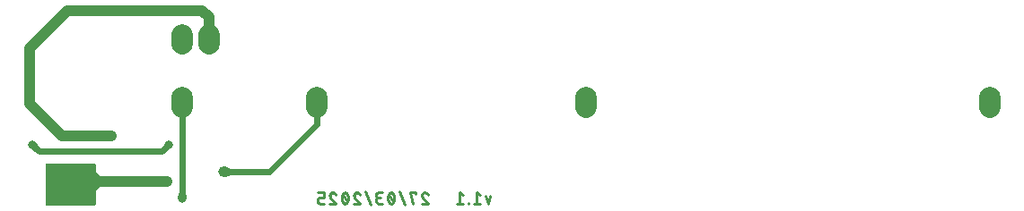
<source format=gbr>
G04 EAGLE Gerber RS-274X export*
G75*
%MOMM*%
%FSLAX34Y34*%
%LPD*%
%INBottom Copper*%
%IPPOS*%
%AMOC8*
5,1,8,0,0,1.08239X$1,22.5*%
G01*
%ADD10C,0.228600*%
%ADD11C,2.000000*%
%ADD12C,0.800000*%
%ADD13C,0.609600*%
%ADD14C,2.000000*%
%ADD15C,1.000000*%
%ADD16C,1.000000*%
%ADD17C,0.304800*%

G36*
X82576Y5465D02*
X82576Y5465D01*
X82602Y5463D01*
X82749Y5485D01*
X82896Y5502D01*
X82921Y5510D01*
X82947Y5514D01*
X83085Y5569D01*
X83224Y5619D01*
X83246Y5633D01*
X83271Y5643D01*
X83392Y5728D01*
X83517Y5808D01*
X83535Y5827D01*
X83557Y5842D01*
X83656Y5952D01*
X83759Y6059D01*
X83773Y6081D01*
X83790Y6101D01*
X83862Y6231D01*
X83938Y6358D01*
X83946Y6383D01*
X83959Y6406D01*
X83999Y6549D01*
X84044Y6690D01*
X84046Y6716D01*
X84054Y6741D01*
X84073Y6985D01*
X84073Y43815D01*
X84070Y43841D01*
X84072Y43867D01*
X84050Y44014D01*
X84033Y44161D01*
X84025Y44186D01*
X84021Y44212D01*
X83966Y44350D01*
X83916Y44489D01*
X83902Y44511D01*
X83892Y44536D01*
X83807Y44657D01*
X83727Y44782D01*
X83708Y44800D01*
X83693Y44822D01*
X83583Y44921D01*
X83476Y45024D01*
X83454Y45038D01*
X83434Y45055D01*
X83304Y45127D01*
X83177Y45203D01*
X83152Y45211D01*
X83129Y45224D01*
X82986Y45264D01*
X82845Y45309D01*
X82819Y45311D01*
X82794Y45319D01*
X82550Y45338D01*
X38100Y45338D01*
X38074Y45335D01*
X38048Y45337D01*
X37901Y45315D01*
X37754Y45298D01*
X37729Y45290D01*
X37703Y45286D01*
X37565Y45231D01*
X37426Y45181D01*
X37404Y45167D01*
X37379Y45157D01*
X37258Y45072D01*
X37133Y44992D01*
X37115Y44973D01*
X37093Y44958D01*
X36994Y44848D01*
X36891Y44741D01*
X36877Y44719D01*
X36860Y44699D01*
X36788Y44569D01*
X36712Y44442D01*
X36704Y44417D01*
X36691Y44394D01*
X36651Y44251D01*
X36606Y44110D01*
X36604Y44084D01*
X36596Y44059D01*
X36577Y43815D01*
X36577Y6985D01*
X36580Y6959D01*
X36578Y6933D01*
X36600Y6786D01*
X36617Y6639D01*
X36625Y6614D01*
X36629Y6588D01*
X36684Y6450D01*
X36734Y6311D01*
X36748Y6289D01*
X36758Y6264D01*
X36843Y6143D01*
X36923Y6018D01*
X36942Y6000D01*
X36957Y5978D01*
X37067Y5879D01*
X37174Y5776D01*
X37196Y5762D01*
X37216Y5745D01*
X37346Y5673D01*
X37473Y5597D01*
X37498Y5589D01*
X37521Y5576D01*
X37664Y5536D01*
X37805Y5491D01*
X37831Y5489D01*
X37856Y5481D01*
X38100Y5462D01*
X82550Y5462D01*
X82576Y5465D01*
G37*
D10*
X394144Y17908D02*
X394044Y17906D01*
X393945Y17900D01*
X393845Y17891D01*
X393747Y17877D01*
X393648Y17860D01*
X393551Y17840D01*
X393454Y17815D01*
X393358Y17787D01*
X393264Y17755D01*
X393171Y17719D01*
X393079Y17680D01*
X392989Y17638D01*
X392900Y17592D01*
X392813Y17542D01*
X392729Y17490D01*
X392646Y17434D01*
X392565Y17375D01*
X392487Y17313D01*
X392411Y17248D01*
X392338Y17180D01*
X392268Y17110D01*
X392200Y17037D01*
X392135Y16961D01*
X392073Y16883D01*
X392014Y16802D01*
X391958Y16719D01*
X391906Y16635D01*
X391856Y16548D01*
X391810Y16459D01*
X391768Y16369D01*
X391729Y16277D01*
X391693Y16184D01*
X391661Y16090D01*
X391633Y15994D01*
X391608Y15897D01*
X391588Y15800D01*
X391571Y15701D01*
X391557Y15603D01*
X391548Y15503D01*
X391542Y15404D01*
X391540Y15304D01*
X394144Y17907D02*
X394258Y17905D01*
X394371Y17899D01*
X394484Y17890D01*
X394597Y17876D01*
X394710Y17859D01*
X394821Y17838D01*
X394932Y17813D01*
X395042Y17784D01*
X395151Y17752D01*
X395259Y17716D01*
X395366Y17676D01*
X395471Y17633D01*
X395574Y17586D01*
X395676Y17535D01*
X395776Y17482D01*
X395875Y17424D01*
X395971Y17364D01*
X396065Y17300D01*
X396157Y17233D01*
X396247Y17163D01*
X396334Y17090D01*
X396419Y17015D01*
X396501Y16936D01*
X396580Y16854D01*
X396656Y16770D01*
X396730Y16684D01*
X396801Y16595D01*
X396868Y16503D01*
X396933Y16409D01*
X396994Y16314D01*
X397052Y16216D01*
X397106Y16116D01*
X397157Y16014D01*
X397205Y15911D01*
X397249Y15806D01*
X397289Y15700D01*
X397326Y15593D01*
X392408Y13279D02*
X392335Y13351D01*
X392264Y13426D01*
X392197Y13504D01*
X392132Y13584D01*
X392070Y13666D01*
X392011Y13750D01*
X391956Y13837D01*
X391903Y13926D01*
X391854Y14016D01*
X391808Y14108D01*
X391766Y14202D01*
X391727Y14298D01*
X391692Y14394D01*
X391660Y14492D01*
X391632Y14591D01*
X391608Y14691D01*
X391587Y14792D01*
X391570Y14894D01*
X391557Y14996D01*
X391548Y15098D01*
X391542Y15201D01*
X391540Y15304D01*
X392409Y13279D02*
X397326Y7493D01*
X391541Y7493D01*
X385896Y16750D02*
X385896Y17907D01*
X380111Y17907D01*
X383004Y7493D01*
X375031Y6336D02*
X370402Y19064D01*
X364454Y16461D02*
X364542Y16275D01*
X364625Y16088D01*
X364704Y15899D01*
X364778Y15708D01*
X364847Y15515D01*
X364912Y15321D01*
X364972Y15125D01*
X365028Y14928D01*
X365079Y14729D01*
X365125Y14530D01*
X365166Y14329D01*
X365202Y14128D01*
X365234Y13925D01*
X365261Y13722D01*
X365283Y13518D01*
X365300Y13314D01*
X365312Y13110D01*
X365320Y12905D01*
X365322Y12700D01*
X364455Y16460D02*
X364424Y16546D01*
X364389Y16631D01*
X364350Y16714D01*
X364307Y16795D01*
X364262Y16874D01*
X364213Y16952D01*
X364160Y17027D01*
X364105Y17100D01*
X364046Y17170D01*
X363985Y17238D01*
X363920Y17303D01*
X363853Y17365D01*
X363784Y17425D01*
X363711Y17481D01*
X363637Y17534D01*
X363560Y17584D01*
X363481Y17631D01*
X363401Y17674D01*
X363318Y17714D01*
X363234Y17750D01*
X363148Y17783D01*
X363062Y17812D01*
X362973Y17837D01*
X362884Y17858D01*
X362795Y17876D01*
X362704Y17889D01*
X362613Y17899D01*
X362522Y17905D01*
X362430Y17907D01*
X362338Y17905D01*
X362247Y17899D01*
X362156Y17889D01*
X362065Y17876D01*
X361976Y17858D01*
X361887Y17837D01*
X361798Y17812D01*
X361712Y17783D01*
X361626Y17750D01*
X361542Y17714D01*
X361459Y17674D01*
X361379Y17631D01*
X361300Y17584D01*
X361223Y17534D01*
X361149Y17481D01*
X361076Y17425D01*
X361007Y17365D01*
X360940Y17303D01*
X360875Y17238D01*
X360814Y17170D01*
X360755Y17100D01*
X360700Y17027D01*
X360647Y16952D01*
X360598Y16874D01*
X360553Y16795D01*
X360510Y16714D01*
X360471Y16631D01*
X360436Y16546D01*
X360405Y16460D01*
X360405Y16461D02*
X360317Y16275D01*
X360234Y16088D01*
X360155Y15899D01*
X360081Y15708D01*
X360012Y15515D01*
X359947Y15321D01*
X359887Y15125D01*
X359831Y14928D01*
X359780Y14729D01*
X359734Y14530D01*
X359693Y14329D01*
X359657Y14128D01*
X359625Y13925D01*
X359598Y13722D01*
X359576Y13518D01*
X359559Y13314D01*
X359547Y13110D01*
X359539Y12905D01*
X359537Y12700D01*
X365322Y12700D02*
X365320Y12495D01*
X365312Y12290D01*
X365300Y12086D01*
X365283Y11882D01*
X365261Y11678D01*
X365234Y11475D01*
X365202Y11273D01*
X365166Y11071D01*
X365125Y10870D01*
X365079Y10671D01*
X365028Y10472D01*
X364972Y10275D01*
X364912Y10079D01*
X364847Y9885D01*
X364778Y9692D01*
X364704Y9501D01*
X364625Y9312D01*
X364542Y9125D01*
X364454Y8939D01*
X364455Y8940D02*
X364424Y8854D01*
X364389Y8769D01*
X364350Y8686D01*
X364307Y8605D01*
X364262Y8526D01*
X364213Y8448D01*
X364160Y8373D01*
X364105Y8300D01*
X364046Y8230D01*
X363985Y8162D01*
X363920Y8097D01*
X363853Y8035D01*
X363784Y7975D01*
X363711Y7919D01*
X363637Y7866D01*
X363560Y7816D01*
X363481Y7769D01*
X363401Y7726D01*
X363318Y7686D01*
X363234Y7650D01*
X363148Y7617D01*
X363062Y7588D01*
X362973Y7563D01*
X362884Y7542D01*
X362795Y7524D01*
X362704Y7511D01*
X362613Y7501D01*
X362522Y7495D01*
X362430Y7493D01*
X360405Y8939D02*
X360317Y9125D01*
X360234Y9312D01*
X360155Y9501D01*
X360081Y9692D01*
X360012Y9885D01*
X359947Y10079D01*
X359887Y10275D01*
X359831Y10472D01*
X359780Y10671D01*
X359734Y10870D01*
X359693Y11071D01*
X359657Y11273D01*
X359625Y11475D01*
X359598Y11678D01*
X359576Y11882D01*
X359559Y12086D01*
X359547Y12290D01*
X359539Y12495D01*
X359537Y12700D01*
X360405Y8940D02*
X360436Y8854D01*
X360471Y8769D01*
X360510Y8686D01*
X360553Y8605D01*
X360598Y8526D01*
X360647Y8448D01*
X360700Y8373D01*
X360755Y8300D01*
X360814Y8230D01*
X360875Y8162D01*
X360940Y8097D01*
X361007Y8035D01*
X361076Y7975D01*
X361149Y7919D01*
X361223Y7866D01*
X361300Y7816D01*
X361379Y7769D01*
X361459Y7726D01*
X361542Y7686D01*
X361626Y7650D01*
X361712Y7617D01*
X361798Y7588D01*
X361887Y7563D01*
X361976Y7542D01*
X362065Y7524D01*
X362156Y7511D01*
X362247Y7501D01*
X362338Y7495D01*
X362430Y7493D01*
X364744Y9807D02*
X360115Y15593D01*
X353892Y7493D02*
X351000Y7493D01*
X350893Y7495D01*
X350786Y7501D01*
X350680Y7511D01*
X350574Y7525D01*
X350468Y7542D01*
X350364Y7564D01*
X350260Y7589D01*
X350157Y7619D01*
X350055Y7652D01*
X349955Y7688D01*
X349856Y7729D01*
X349759Y7773D01*
X349663Y7821D01*
X349569Y7872D01*
X349477Y7926D01*
X349387Y7984D01*
X349300Y8046D01*
X349214Y8110D01*
X349131Y8177D01*
X349051Y8248D01*
X348973Y8322D01*
X348898Y8398D01*
X348826Y8477D01*
X348757Y8558D01*
X348691Y8643D01*
X348628Y8729D01*
X348569Y8818D01*
X348513Y8909D01*
X348460Y9002D01*
X348410Y9096D01*
X348364Y9193D01*
X348322Y9291D01*
X348284Y9391D01*
X348249Y9492D01*
X348217Y9594D01*
X348190Y9698D01*
X348167Y9802D01*
X348147Y9907D01*
X348131Y10013D01*
X348119Y10119D01*
X348111Y10226D01*
X348107Y10333D01*
X348107Y10439D01*
X348111Y10546D01*
X348119Y10653D01*
X348131Y10759D01*
X348147Y10865D01*
X348167Y10970D01*
X348190Y11074D01*
X348217Y11178D01*
X348249Y11280D01*
X348284Y11381D01*
X348322Y11481D01*
X348364Y11579D01*
X348410Y11676D01*
X348460Y11770D01*
X348513Y11863D01*
X348569Y11954D01*
X348628Y12043D01*
X348691Y12129D01*
X348757Y12214D01*
X348826Y12295D01*
X348898Y12374D01*
X348973Y12450D01*
X349051Y12524D01*
X349131Y12595D01*
X349214Y12662D01*
X349300Y12726D01*
X349387Y12788D01*
X349477Y12846D01*
X349569Y12900D01*
X349663Y12951D01*
X349759Y12999D01*
X349856Y13043D01*
X349955Y13084D01*
X350055Y13120D01*
X350157Y13153D01*
X350260Y13183D01*
X350364Y13208D01*
X350468Y13230D01*
X350574Y13247D01*
X350680Y13261D01*
X350786Y13271D01*
X350893Y13277D01*
X351000Y13279D01*
X350421Y17907D02*
X353892Y17907D01*
X350421Y17907D02*
X350327Y17905D01*
X350232Y17899D01*
X350138Y17890D01*
X350045Y17876D01*
X349952Y17859D01*
X349860Y17838D01*
X349769Y17813D01*
X349679Y17785D01*
X349590Y17753D01*
X349503Y17717D01*
X349417Y17678D01*
X349333Y17635D01*
X349250Y17589D01*
X349170Y17540D01*
X349092Y17487D01*
X349015Y17431D01*
X348942Y17372D01*
X348870Y17311D01*
X348802Y17246D01*
X348735Y17178D01*
X348672Y17108D01*
X348612Y17036D01*
X348554Y16961D01*
X348500Y16883D01*
X348449Y16804D01*
X348401Y16723D01*
X348357Y16639D01*
X348316Y16554D01*
X348279Y16468D01*
X348245Y16380D01*
X348214Y16290D01*
X348188Y16200D01*
X348165Y16108D01*
X348146Y16015D01*
X348131Y15922D01*
X348119Y15829D01*
X348111Y15735D01*
X348107Y15640D01*
X348107Y15546D01*
X348111Y15451D01*
X348119Y15357D01*
X348131Y15264D01*
X348146Y15171D01*
X348165Y15078D01*
X348188Y14986D01*
X348214Y14896D01*
X348245Y14806D01*
X348279Y14718D01*
X348316Y14632D01*
X348357Y14547D01*
X348401Y14463D01*
X348449Y14382D01*
X348500Y14303D01*
X348554Y14225D01*
X348612Y14150D01*
X348672Y14078D01*
X348735Y14008D01*
X348802Y13940D01*
X348870Y13875D01*
X348942Y13814D01*
X349015Y13755D01*
X349092Y13699D01*
X349170Y13646D01*
X349250Y13597D01*
X349333Y13551D01*
X349417Y13508D01*
X349503Y13469D01*
X349590Y13433D01*
X349679Y13401D01*
X349769Y13373D01*
X349860Y13348D01*
X349952Y13327D01*
X350045Y13310D01*
X350138Y13296D01*
X350232Y13287D01*
X350327Y13281D01*
X350421Y13279D01*
X352735Y13279D01*
X343027Y6336D02*
X338398Y19064D01*
X330136Y17908D02*
X330036Y17906D01*
X329937Y17900D01*
X329837Y17891D01*
X329739Y17877D01*
X329640Y17860D01*
X329543Y17840D01*
X329446Y17815D01*
X329350Y17787D01*
X329256Y17755D01*
X329163Y17719D01*
X329071Y17680D01*
X328981Y17638D01*
X328892Y17592D01*
X328805Y17542D01*
X328721Y17490D01*
X328638Y17434D01*
X328557Y17375D01*
X328479Y17313D01*
X328403Y17248D01*
X328330Y17180D01*
X328260Y17110D01*
X328192Y17037D01*
X328127Y16961D01*
X328065Y16883D01*
X328006Y16802D01*
X327950Y16719D01*
X327898Y16635D01*
X327848Y16548D01*
X327802Y16459D01*
X327760Y16369D01*
X327721Y16277D01*
X327685Y16184D01*
X327653Y16090D01*
X327625Y15994D01*
X327600Y15897D01*
X327580Y15800D01*
X327563Y15701D01*
X327549Y15603D01*
X327540Y15503D01*
X327534Y15404D01*
X327532Y15304D01*
X330136Y17907D02*
X330250Y17905D01*
X330363Y17899D01*
X330476Y17890D01*
X330589Y17876D01*
X330702Y17859D01*
X330813Y17838D01*
X330924Y17813D01*
X331034Y17784D01*
X331143Y17752D01*
X331251Y17716D01*
X331358Y17676D01*
X331463Y17633D01*
X331566Y17586D01*
X331668Y17535D01*
X331768Y17482D01*
X331867Y17424D01*
X331963Y17364D01*
X332057Y17300D01*
X332149Y17233D01*
X332239Y17163D01*
X332326Y17090D01*
X332411Y17015D01*
X332493Y16936D01*
X332572Y16854D01*
X332648Y16770D01*
X332722Y16684D01*
X332793Y16595D01*
X332860Y16503D01*
X332925Y16409D01*
X332986Y16314D01*
X333044Y16216D01*
X333098Y16116D01*
X333149Y16014D01*
X333197Y15911D01*
X333241Y15806D01*
X333281Y15700D01*
X333318Y15593D01*
X328400Y13279D02*
X328327Y13351D01*
X328256Y13426D01*
X328189Y13504D01*
X328124Y13584D01*
X328062Y13666D01*
X328003Y13750D01*
X327948Y13837D01*
X327895Y13926D01*
X327846Y14016D01*
X327800Y14108D01*
X327758Y14202D01*
X327719Y14298D01*
X327684Y14394D01*
X327652Y14492D01*
X327624Y14591D01*
X327600Y14691D01*
X327579Y14792D01*
X327562Y14894D01*
X327549Y14996D01*
X327540Y15098D01*
X327534Y15201D01*
X327532Y15304D01*
X328401Y13279D02*
X333318Y7493D01*
X327533Y7493D01*
X321889Y12700D02*
X321887Y12905D01*
X321879Y13110D01*
X321867Y13314D01*
X321850Y13518D01*
X321828Y13722D01*
X321801Y13925D01*
X321769Y14128D01*
X321733Y14329D01*
X321692Y14530D01*
X321646Y14729D01*
X321595Y14928D01*
X321539Y15125D01*
X321479Y15321D01*
X321414Y15515D01*
X321345Y15708D01*
X321271Y15899D01*
X321192Y16088D01*
X321109Y16275D01*
X321021Y16461D01*
X321021Y16460D02*
X320990Y16546D01*
X320955Y16631D01*
X320916Y16714D01*
X320873Y16795D01*
X320828Y16874D01*
X320779Y16952D01*
X320726Y17027D01*
X320671Y17100D01*
X320612Y17170D01*
X320551Y17238D01*
X320486Y17303D01*
X320419Y17365D01*
X320350Y17425D01*
X320277Y17481D01*
X320203Y17534D01*
X320126Y17584D01*
X320047Y17631D01*
X319967Y17674D01*
X319884Y17714D01*
X319800Y17750D01*
X319714Y17783D01*
X319628Y17812D01*
X319539Y17837D01*
X319450Y17858D01*
X319361Y17876D01*
X319270Y17889D01*
X319179Y17899D01*
X319088Y17905D01*
X318996Y17907D01*
X318904Y17905D01*
X318813Y17899D01*
X318722Y17889D01*
X318631Y17876D01*
X318542Y17858D01*
X318453Y17837D01*
X318364Y17812D01*
X318278Y17783D01*
X318192Y17750D01*
X318108Y17714D01*
X318025Y17674D01*
X317945Y17631D01*
X317866Y17584D01*
X317789Y17534D01*
X317715Y17481D01*
X317642Y17425D01*
X317573Y17365D01*
X317506Y17303D01*
X317441Y17238D01*
X317380Y17170D01*
X317321Y17100D01*
X317266Y17027D01*
X317213Y16952D01*
X317164Y16874D01*
X317119Y16795D01*
X317076Y16714D01*
X317037Y16631D01*
X317002Y16546D01*
X316971Y16460D01*
X316971Y16461D02*
X316883Y16275D01*
X316800Y16088D01*
X316721Y15899D01*
X316647Y15708D01*
X316578Y15515D01*
X316513Y15321D01*
X316453Y15125D01*
X316397Y14928D01*
X316346Y14729D01*
X316300Y14530D01*
X316259Y14329D01*
X316223Y14128D01*
X316191Y13925D01*
X316164Y13722D01*
X316142Y13518D01*
X316125Y13314D01*
X316113Y13110D01*
X316105Y12905D01*
X316103Y12700D01*
X321888Y12700D02*
X321886Y12495D01*
X321878Y12290D01*
X321866Y12086D01*
X321849Y11882D01*
X321827Y11678D01*
X321800Y11475D01*
X321768Y11273D01*
X321732Y11071D01*
X321691Y10870D01*
X321645Y10671D01*
X321594Y10472D01*
X321538Y10275D01*
X321478Y10079D01*
X321413Y9885D01*
X321344Y9692D01*
X321270Y9501D01*
X321191Y9312D01*
X321108Y9125D01*
X321020Y8939D01*
X321021Y8940D02*
X320990Y8854D01*
X320955Y8769D01*
X320916Y8686D01*
X320873Y8605D01*
X320828Y8526D01*
X320779Y8448D01*
X320726Y8373D01*
X320671Y8300D01*
X320612Y8230D01*
X320551Y8162D01*
X320486Y8097D01*
X320419Y8035D01*
X320350Y7975D01*
X320277Y7919D01*
X320203Y7866D01*
X320126Y7816D01*
X320047Y7769D01*
X319967Y7726D01*
X319884Y7686D01*
X319800Y7650D01*
X319714Y7617D01*
X319628Y7588D01*
X319539Y7563D01*
X319450Y7542D01*
X319361Y7524D01*
X319270Y7511D01*
X319179Y7501D01*
X319088Y7495D01*
X318996Y7493D01*
X316971Y8939D02*
X316883Y9125D01*
X316800Y9312D01*
X316721Y9501D01*
X316647Y9692D01*
X316578Y9885D01*
X316513Y10079D01*
X316453Y10275D01*
X316397Y10472D01*
X316346Y10671D01*
X316300Y10870D01*
X316259Y11071D01*
X316223Y11273D01*
X316191Y11475D01*
X316164Y11678D01*
X316142Y11882D01*
X316125Y12086D01*
X316113Y12290D01*
X316105Y12495D01*
X316103Y12700D01*
X316971Y8940D02*
X317002Y8854D01*
X317037Y8769D01*
X317076Y8686D01*
X317119Y8605D01*
X317164Y8526D01*
X317213Y8448D01*
X317266Y8373D01*
X317321Y8300D01*
X317380Y8230D01*
X317441Y8162D01*
X317506Y8097D01*
X317573Y8035D01*
X317642Y7975D01*
X317715Y7919D01*
X317789Y7866D01*
X317866Y7816D01*
X317945Y7769D01*
X318025Y7726D01*
X318108Y7686D01*
X318192Y7650D01*
X318278Y7617D01*
X318364Y7588D01*
X318453Y7563D01*
X318542Y7542D01*
X318631Y7524D01*
X318722Y7511D01*
X318813Y7501D01*
X318904Y7495D01*
X318996Y7493D01*
X321310Y9807D02*
X316681Y15593D01*
X307276Y17908D02*
X307176Y17906D01*
X307077Y17900D01*
X306977Y17891D01*
X306879Y17877D01*
X306780Y17860D01*
X306683Y17840D01*
X306586Y17815D01*
X306490Y17787D01*
X306396Y17755D01*
X306303Y17719D01*
X306211Y17680D01*
X306121Y17638D01*
X306032Y17592D01*
X305945Y17542D01*
X305861Y17490D01*
X305778Y17434D01*
X305697Y17375D01*
X305619Y17313D01*
X305543Y17248D01*
X305470Y17180D01*
X305400Y17110D01*
X305332Y17037D01*
X305267Y16961D01*
X305205Y16883D01*
X305146Y16802D01*
X305090Y16719D01*
X305038Y16635D01*
X304988Y16548D01*
X304942Y16459D01*
X304900Y16369D01*
X304861Y16277D01*
X304825Y16184D01*
X304793Y16090D01*
X304765Y15994D01*
X304740Y15897D01*
X304720Y15800D01*
X304703Y15701D01*
X304689Y15603D01*
X304680Y15503D01*
X304674Y15404D01*
X304672Y15304D01*
X307276Y17907D02*
X307390Y17905D01*
X307503Y17899D01*
X307616Y17890D01*
X307729Y17876D01*
X307842Y17859D01*
X307953Y17838D01*
X308064Y17813D01*
X308174Y17784D01*
X308283Y17752D01*
X308391Y17716D01*
X308498Y17676D01*
X308603Y17633D01*
X308706Y17586D01*
X308808Y17535D01*
X308908Y17482D01*
X309007Y17424D01*
X309103Y17364D01*
X309197Y17300D01*
X309289Y17233D01*
X309379Y17163D01*
X309466Y17090D01*
X309551Y17015D01*
X309633Y16936D01*
X309712Y16854D01*
X309788Y16770D01*
X309862Y16684D01*
X309933Y16595D01*
X310000Y16503D01*
X310065Y16409D01*
X310126Y16314D01*
X310184Y16216D01*
X310238Y16116D01*
X310289Y16014D01*
X310337Y15911D01*
X310381Y15806D01*
X310421Y15700D01*
X310458Y15593D01*
X305540Y13279D02*
X305467Y13351D01*
X305396Y13426D01*
X305329Y13504D01*
X305264Y13584D01*
X305202Y13666D01*
X305143Y13750D01*
X305088Y13837D01*
X305035Y13926D01*
X304986Y14016D01*
X304940Y14108D01*
X304898Y14202D01*
X304859Y14298D01*
X304824Y14394D01*
X304792Y14492D01*
X304764Y14591D01*
X304740Y14691D01*
X304719Y14792D01*
X304702Y14894D01*
X304689Y14996D01*
X304680Y15098D01*
X304674Y15201D01*
X304672Y15304D01*
X305541Y13279D02*
X310459Y7493D01*
X304673Y7493D01*
X299029Y7493D02*
X295557Y7493D01*
X295464Y7495D01*
X295371Y7501D01*
X295278Y7510D01*
X295186Y7523D01*
X295094Y7540D01*
X295003Y7560D01*
X294913Y7584D01*
X294824Y7612D01*
X294736Y7643D01*
X294650Y7678D01*
X294565Y7716D01*
X294482Y7758D01*
X294400Y7803D01*
X294320Y7851D01*
X294242Y7903D01*
X294167Y7957D01*
X294094Y8015D01*
X294023Y8075D01*
X293954Y8138D01*
X293888Y8204D01*
X293825Y8273D01*
X293765Y8344D01*
X293707Y8417D01*
X293653Y8492D01*
X293601Y8570D01*
X293553Y8650D01*
X293508Y8732D01*
X293466Y8815D01*
X293428Y8900D01*
X293393Y8986D01*
X293362Y9074D01*
X293334Y9163D01*
X293310Y9253D01*
X293290Y9344D01*
X293273Y9436D01*
X293260Y9528D01*
X293251Y9621D01*
X293245Y9714D01*
X293243Y9807D01*
X293243Y10964D01*
X293245Y11057D01*
X293251Y11150D01*
X293260Y11243D01*
X293273Y11335D01*
X293290Y11427D01*
X293310Y11518D01*
X293334Y11608D01*
X293362Y11697D01*
X293393Y11785D01*
X293428Y11871D01*
X293466Y11956D01*
X293508Y12039D01*
X293553Y12121D01*
X293601Y12201D01*
X293653Y12279D01*
X293707Y12354D01*
X293765Y12427D01*
X293825Y12498D01*
X293888Y12567D01*
X293954Y12633D01*
X294023Y12696D01*
X294094Y12756D01*
X294167Y12814D01*
X294243Y12868D01*
X294320Y12920D01*
X294400Y12968D01*
X294482Y13013D01*
X294565Y13055D01*
X294650Y13093D01*
X294736Y13128D01*
X294824Y13159D01*
X294913Y13187D01*
X295003Y13211D01*
X295094Y13231D01*
X295186Y13248D01*
X295278Y13261D01*
X295371Y13270D01*
X295464Y13276D01*
X295557Y13278D01*
X295557Y13279D02*
X299029Y13279D01*
X299029Y17907D01*
X293243Y17907D01*
X453743Y7493D02*
X456057Y14436D01*
X451429Y14436D02*
X453743Y7493D01*
X446349Y15593D02*
X443456Y17907D01*
X443456Y7493D01*
X446349Y7493D02*
X440563Y7493D01*
X435744Y7493D02*
X435744Y8072D01*
X435166Y8072D01*
X435166Y7493D01*
X435744Y7493D01*
X430347Y15593D02*
X427454Y17907D01*
X427454Y7493D01*
X430347Y7493D02*
X424561Y7493D01*
D11*
X165100Y107950D03*
D12*
X165100Y12700D03*
D13*
X165100Y107950D01*
D14*
X165100Y99060D01*
D13*
X165100Y107950D02*
X171712Y105802D01*
X165100Y107950D02*
X158488Y105802D01*
X165100Y18700D02*
X164160Y12851D01*
X165100Y12700D01*
X166040Y12851D02*
X165100Y18700D01*
X166040Y12851D02*
X165100Y12700D01*
D11*
X546100Y107950D03*
D14*
X546100Y99060D01*
D11*
X190500Y158750D03*
D15*
X98425Y71755D03*
D16*
X85725Y71755D01*
X52070Y71755D01*
X21590Y102235D01*
X21590Y154940D01*
X57150Y190500D01*
X184150Y190500D01*
X190500Y184150D02*
X190500Y158750D01*
X190500Y184150D02*
X184150Y190500D01*
D14*
X190500Y167640D02*
X190500Y158750D01*
D15*
X85725Y71755D03*
D11*
X165100Y158750D03*
D14*
X165100Y167640D01*
D15*
X138430Y28575D03*
D16*
X49530Y28575D01*
D12*
X47625Y19050D03*
X60325Y31750D03*
X73025Y31750D03*
D15*
X151130Y28575D03*
D16*
X138430Y28575D01*
D17*
X91440Y27940D02*
X78740Y40640D01*
X91440Y29210D02*
X78740Y16510D01*
D12*
X47625Y31750D03*
X60325Y19050D03*
X73025Y19050D03*
D11*
X292100Y107950D03*
D13*
X292100Y82550D01*
X247650Y38100D01*
D15*
X204470Y38100D03*
D14*
X292100Y99060D02*
X292100Y107950D01*
D13*
X298712Y105802D01*
X247650Y38100D02*
X204470Y38100D01*
X292100Y107950D02*
X298712Y105802D01*
X292100Y107950D02*
X285488Y105802D01*
X210470Y38100D02*
X205105Y39946D01*
X204470Y38100D01*
X205105Y36254D02*
X210470Y38100D01*
X205105Y36254D02*
X204470Y38100D01*
D14*
X927100Y99060D02*
X927100Y107950D01*
D12*
X24075Y63500D03*
D13*
X30425Y57150D01*
X146050Y57150D02*
X152400Y63500D01*
D12*
X152400Y63500D03*
D13*
X146050Y57150D02*
X30425Y57150D01*
D11*
X927100Y107950D03*
D13*
X28318Y59257D02*
X24846Y64058D01*
X24075Y63500D01*
X23517Y62729D02*
X28318Y59257D01*
X23517Y62729D02*
X24075Y63500D01*
X148157Y59257D02*
X152958Y62729D01*
X152400Y63500D01*
X151629Y64058D02*
X148157Y59257D01*
X151629Y64058D02*
X152400Y63500D01*
M02*

</source>
